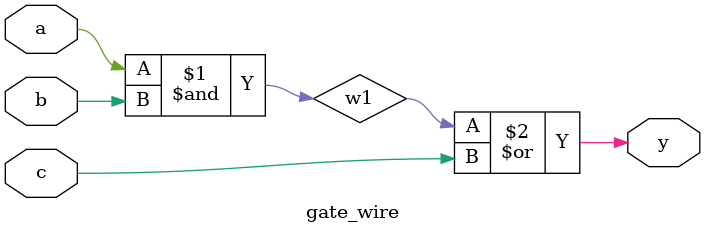
<source format=v>
`timescale 1ns / 1ps


module gate_wire(
    input a,
    input b,
    input c,
    output y
    );
    wire w1;
    and a1(w1,a,b);
    or a2(y,w1,c);
endmodule

</source>
